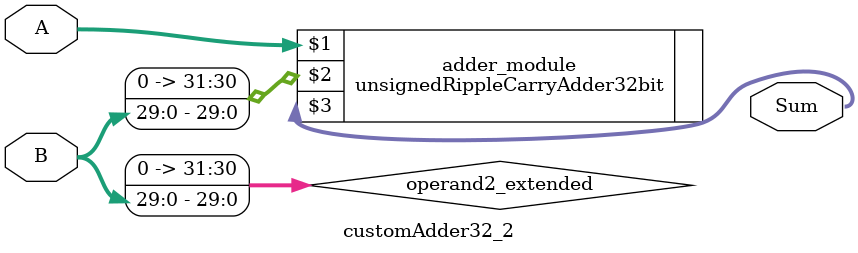
<source format=v>

module customAdder32_2(
                    input [31 : 0] A,
                    input [29 : 0] B,
                    
                    output [32 : 0] Sum
            );

    wire [31 : 0] operand2_extended;
    
    assign operand2_extended =  {2'b0, B};
    
    unsignedRippleCarryAdder32bit adder_module(
        A,
        operand2_extended,
        Sum
    );
    
endmodule
        
</source>
